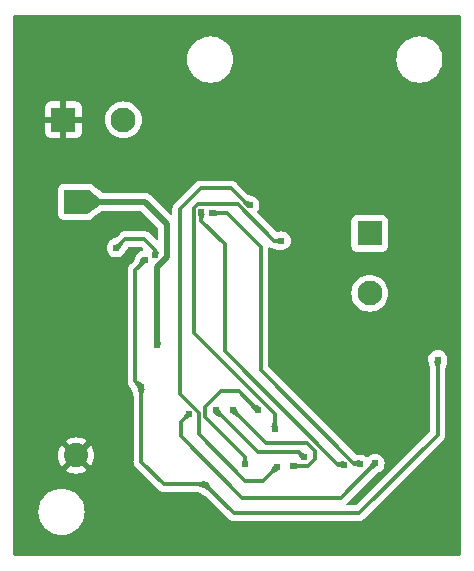
<source format=gbl>
G04 #@! TF.GenerationSoftware,KiCad,Pcbnew,7.0.10*
G04 #@! TF.CreationDate,2024-11-08T09:50:35-05:00*
G04 #@! TF.ProjectId,Novel Mechanism 2 Board,4e6f7665-6c20-44d6-9563-68616e69736d,rev?*
G04 #@! TF.SameCoordinates,Original*
G04 #@! TF.FileFunction,Copper,L2,Bot*
G04 #@! TF.FilePolarity,Positive*
%FSLAX46Y46*%
G04 Gerber Fmt 4.6, Leading zero omitted, Abs format (unit mm)*
G04 Created by KiCad (PCBNEW 7.0.10) date 2024-11-08 09:50:35*
%MOMM*%
%LPD*%
G01*
G04 APERTURE LIST*
G04 #@! TA.AperFunction,ComponentPad*
%ADD10R,2.100000X2.100000*%
G04 #@! TD*
G04 #@! TA.AperFunction,ComponentPad*
%ADD11C,2.100000*%
G04 #@! TD*
G04 #@! TA.AperFunction,ComponentPad*
%ADD12R,2.057400X2.057400*%
G04 #@! TD*
G04 #@! TA.AperFunction,ComponentPad*
%ADD13C,2.057400*%
G04 #@! TD*
G04 #@! TA.AperFunction,ViaPad*
%ADD14C,0.609600*%
G04 #@! TD*
G04 #@! TA.AperFunction,Conductor*
%ADD15C,0.508000*%
G04 #@! TD*
G04 #@! TA.AperFunction,Conductor*
%ADD16C,0.304800*%
G04 #@! TD*
G04 APERTURE END LIST*
D10*
X123212500Y-53752500D03*
D11*
X128292500Y-53752500D03*
D12*
X124300000Y-60682150D03*
D13*
X124300000Y-82170550D03*
D10*
X149147500Y-63360000D03*
D11*
X149147500Y-68440000D03*
D14*
X131150000Y-72800000D03*
X129800000Y-76400000D03*
X154900000Y-74050000D03*
X135222500Y-84650000D03*
X130100000Y-65600000D03*
X155100000Y-56000000D03*
X121150000Y-68300000D03*
X155450000Y-69250000D03*
X155450000Y-71250000D03*
X121150000Y-74300000D03*
X127150000Y-72300000D03*
X153000000Y-58000000D03*
X147000000Y-58000000D03*
X151000000Y-58000000D03*
X149000000Y-56000000D03*
X121150000Y-66550000D03*
X147000000Y-56000000D03*
X151000000Y-56000000D03*
X123150000Y-72300000D03*
X155450000Y-65350000D03*
X123150000Y-74300000D03*
X125150000Y-74300000D03*
X125150000Y-76150000D03*
X125150000Y-66550000D03*
X155450000Y-67350000D03*
X121150000Y-70300000D03*
X155100000Y-58000000D03*
X155450000Y-63350000D03*
X121150000Y-76150000D03*
X127150000Y-68300000D03*
X123150000Y-78150000D03*
X125100000Y-64950000D03*
X125150000Y-78150000D03*
X123150000Y-66550000D03*
X125150000Y-72300000D03*
X123100000Y-64950000D03*
X123150000Y-70300000D03*
X125150000Y-70300000D03*
X125150000Y-68300000D03*
X121150000Y-72300000D03*
X127150000Y-74300000D03*
X121150000Y-78150000D03*
X153000000Y-56000000D03*
X123150000Y-68300000D03*
X121100000Y-64950000D03*
X155450000Y-61350000D03*
X149000000Y-58000000D03*
X123150000Y-76150000D03*
X127150000Y-70300000D03*
X141091200Y-79900000D03*
X141650000Y-64000000D03*
X131000000Y-65200000D03*
X127700000Y-64600000D03*
X149600000Y-82850000D03*
X133850000Y-78650000D03*
X143550000Y-82300000D03*
X136089711Y-78360289D03*
X142650000Y-83050000D03*
X137600000Y-78350000D03*
X138600000Y-82885852D03*
X139700000Y-78291200D03*
X139000000Y-61000000D03*
X141314711Y-83114711D03*
X135800000Y-61650000D03*
X148300000Y-82900000D03*
X134900000Y-61600000D03*
X146950000Y-82950000D03*
D15*
X131150000Y-66200000D02*
X132000000Y-65350000D01*
X132000000Y-65350000D02*
X132000000Y-62600000D01*
X130082150Y-60682150D02*
X124300000Y-60682150D01*
X131150000Y-72800000D02*
X131150000Y-66200000D01*
X132000000Y-62600000D02*
X130082150Y-60682150D01*
D16*
X131700000Y-84600000D02*
X129800000Y-82700000D01*
X135222500Y-84650000D02*
X135172500Y-84600000D01*
X130100000Y-65600000D02*
X130100000Y-65700000D01*
X129300000Y-75900000D02*
X129800000Y-76400000D01*
X130100000Y-65700000D02*
X129300000Y-66500000D01*
X129800000Y-82700000D02*
X129800000Y-76400000D01*
X148250000Y-87050000D02*
X154900000Y-80400000D01*
X154900000Y-80400000D02*
X154900000Y-74050000D01*
X135222500Y-84650000D02*
X137622500Y-87050000D01*
X137622500Y-87050000D02*
X148250000Y-87050000D01*
X129300000Y-66500000D02*
X129300000Y-75900000D01*
X135172500Y-84600000D02*
X131700000Y-84600000D01*
X134242800Y-71842800D02*
X134242800Y-61257200D01*
X141091200Y-78691200D02*
X134242800Y-71842800D01*
X134242800Y-61257200D02*
X134600000Y-60900000D01*
X134600000Y-60900000D02*
X137970578Y-60900000D01*
X141070578Y-64000000D02*
X141650000Y-64000000D01*
X137970578Y-60900000D02*
X141070578Y-64000000D01*
X141091200Y-79900000D02*
X141091200Y-78691200D01*
X131000000Y-65200000D02*
X131000000Y-64770578D01*
X128457200Y-63842800D02*
X127700000Y-64600000D01*
X130072222Y-63842800D02*
X128457200Y-63842800D01*
X131000000Y-64770578D02*
X130072222Y-63842800D01*
X138350000Y-85750000D02*
X146700000Y-85750000D01*
X146700000Y-85750000D02*
X149600000Y-82850000D01*
X133850000Y-78650000D02*
X133150000Y-79350000D01*
X133150000Y-80550000D02*
X138350000Y-85750000D01*
X133150000Y-79350000D02*
X133150000Y-80550000D01*
X143150000Y-81900000D02*
X139650000Y-81900000D01*
X136110289Y-78360289D02*
X136089711Y-78360289D01*
X143550000Y-82300000D02*
X143150000Y-81900000D01*
X139650000Y-81900000D02*
X136110289Y-78360289D01*
X142650000Y-83050000D02*
X143900000Y-83050000D01*
X143900000Y-83050000D02*
X144500000Y-82450000D01*
X143829422Y-81100000D02*
X140350000Y-81100000D01*
X144500000Y-81770578D02*
X143829422Y-81100000D01*
X140350000Y-81100000D02*
X137600000Y-78350000D01*
X144500000Y-82450000D02*
X144500000Y-81770578D01*
X136550000Y-76750000D02*
X135200000Y-78100000D01*
X138050000Y-76750000D02*
X136550000Y-76750000D01*
X135200000Y-78100000D02*
X135200000Y-78900000D01*
X135200000Y-78900000D02*
X138600000Y-82300000D01*
X139700000Y-78291200D02*
X139591200Y-78291200D01*
X139591200Y-78291200D02*
X138050000Y-76750000D01*
X138600000Y-82300000D02*
X138600000Y-82885852D01*
X134850000Y-59550000D02*
X133100000Y-61300000D01*
X138825000Y-61000000D02*
X137375000Y-59550000D01*
X133100000Y-61300000D02*
X133100000Y-76970578D01*
X134695200Y-80395200D02*
X138600000Y-84300000D01*
X134695200Y-78565778D02*
X134695200Y-80395200D01*
X139000000Y-61000000D02*
X138825000Y-61000000D01*
X137375000Y-59550000D02*
X134850000Y-59550000D01*
X140129422Y-84300000D02*
X141314711Y-83114711D01*
X138600000Y-84300000D02*
X140129422Y-84300000D01*
X133100000Y-76970578D02*
X134695200Y-78565778D01*
X135800000Y-61650000D02*
X137050000Y-61650000D01*
X137050000Y-61650000D02*
X139900000Y-64500000D01*
X139900000Y-74950000D02*
X147850000Y-82900000D01*
X147850000Y-82900000D02*
X148300000Y-82900000D01*
X139900000Y-64500000D02*
X139900000Y-74950000D01*
X134900000Y-62300000D02*
X136900000Y-64300000D01*
X136900000Y-64300000D02*
X136900000Y-73350000D01*
X146500000Y-82950000D02*
X146950000Y-82950000D01*
X134900000Y-61600000D02*
X134900000Y-62300000D01*
X136900000Y-73350000D02*
X146500000Y-82950000D01*
G04 #@! TA.AperFunction,Conductor*
G36*
X156792539Y-44920185D02*
G01*
X156838294Y-44972989D01*
X156849500Y-45024500D01*
X156849500Y-90525500D01*
X156829815Y-90592539D01*
X156777011Y-90638294D01*
X156725500Y-90649500D01*
X119074500Y-90649500D01*
X119007461Y-90629815D01*
X118961706Y-90577011D01*
X118950500Y-90525500D01*
X118950500Y-86950001D01*
X121094518Y-86950001D01*
X121114422Y-87228299D01*
X121173727Y-87500916D01*
X121173729Y-87500923D01*
X121233761Y-87661875D01*
X121271231Y-87762338D01*
X121271233Y-87762342D01*
X121404940Y-88007207D01*
X121404945Y-88007215D01*
X121572138Y-88230560D01*
X121572154Y-88230578D01*
X121769421Y-88427845D01*
X121769439Y-88427861D01*
X121992784Y-88595054D01*
X121992792Y-88595059D01*
X122237657Y-88728766D01*
X122237661Y-88728768D01*
X122237663Y-88728769D01*
X122499077Y-88826271D01*
X122635391Y-88855924D01*
X122771700Y-88885577D01*
X122771702Y-88885577D01*
X122771706Y-88885578D01*
X122980343Y-88900500D01*
X123119657Y-88900500D01*
X123328294Y-88885578D01*
X123600923Y-88826271D01*
X123862337Y-88728769D01*
X124107213Y-88595056D01*
X124330568Y-88427855D01*
X124527855Y-88230568D01*
X124695056Y-88007213D01*
X124828769Y-87762337D01*
X124926271Y-87500923D01*
X124985578Y-87228294D01*
X125005482Y-86950000D01*
X124985578Y-86671706D01*
X124926271Y-86399077D01*
X124828769Y-86137663D01*
X124695056Y-85892787D01*
X124695054Y-85892784D01*
X124527861Y-85669439D01*
X124527845Y-85669421D01*
X124330578Y-85472154D01*
X124330560Y-85472138D01*
X124107215Y-85304945D01*
X124107207Y-85304940D01*
X123862342Y-85171233D01*
X123862338Y-85171231D01*
X123758232Y-85132402D01*
X123600923Y-85073729D01*
X123600919Y-85073728D01*
X123600916Y-85073727D01*
X123328299Y-85014422D01*
X123119659Y-84999500D01*
X123119657Y-84999500D01*
X122980343Y-84999500D01*
X122980340Y-84999500D01*
X122771700Y-85014422D01*
X122499083Y-85073727D01*
X122499078Y-85073728D01*
X122499077Y-85073729D01*
X122453546Y-85090711D01*
X122237661Y-85171231D01*
X122237657Y-85171233D01*
X121992792Y-85304940D01*
X121992784Y-85304945D01*
X121769439Y-85472138D01*
X121769421Y-85472154D01*
X121572154Y-85669421D01*
X121572138Y-85669439D01*
X121404945Y-85892784D01*
X121404940Y-85892792D01*
X121271233Y-86137657D01*
X121271231Y-86137661D01*
X121204549Y-86316445D01*
X121174467Y-86397100D01*
X121173727Y-86399083D01*
X121114422Y-86671700D01*
X121094518Y-86949998D01*
X121094518Y-86950001D01*
X118950500Y-86950001D01*
X118950500Y-82170550D01*
X122766573Y-82170550D01*
X122785451Y-82410428D01*
X122841622Y-82644400D01*
X122933703Y-82866703D01*
X122933706Y-82866709D01*
X123053993Y-83063003D01*
X123601688Y-82515308D01*
X123690483Y-82656624D01*
X123813926Y-82780067D01*
X123955240Y-82868861D01*
X123407545Y-83416555D01*
X123603840Y-83536843D01*
X123603846Y-83536846D01*
X123826149Y-83628927D01*
X124060122Y-83685098D01*
X124060121Y-83685098D01*
X124300000Y-83703976D01*
X124539878Y-83685098D01*
X124773850Y-83628927D01*
X124996161Y-83536843D01*
X125192453Y-83416555D01*
X124644758Y-82868861D01*
X124786074Y-82780067D01*
X124909517Y-82656624D01*
X124998311Y-82515308D01*
X125546005Y-83063003D01*
X125666293Y-82866711D01*
X125758377Y-82644400D01*
X125814548Y-82410428D01*
X125833426Y-82170550D01*
X125814548Y-81930671D01*
X125758377Y-81696699D01*
X125666296Y-81474396D01*
X125666293Y-81474390D01*
X125546005Y-81278095D01*
X124998311Y-81825790D01*
X124909517Y-81684476D01*
X124786074Y-81561033D01*
X124644758Y-81472238D01*
X125192453Y-80924543D01*
X124996159Y-80804256D01*
X124996153Y-80804253D01*
X124773850Y-80712172D01*
X124539877Y-80656001D01*
X124539878Y-80656001D01*
X124300000Y-80637123D01*
X124060121Y-80656001D01*
X123826149Y-80712172D01*
X123603846Y-80804253D01*
X123603840Y-80804256D01*
X123407545Y-80924543D01*
X123955241Y-81472238D01*
X123813926Y-81561033D01*
X123690483Y-81684476D01*
X123601688Y-81825790D01*
X123053993Y-81278095D01*
X122933706Y-81474390D01*
X122933703Y-81474396D01*
X122841622Y-81696699D01*
X122785451Y-81930671D01*
X122766573Y-82170550D01*
X118950500Y-82170550D01*
X118950500Y-61758720D01*
X122770800Y-61758720D01*
X122770801Y-61758726D01*
X122777208Y-61818333D01*
X122827502Y-61953178D01*
X122827506Y-61953185D01*
X122913752Y-62068394D01*
X122913755Y-62068397D01*
X123028964Y-62154643D01*
X123028971Y-62154647D01*
X123163817Y-62204941D01*
X123163816Y-62204941D01*
X123170744Y-62205685D01*
X123223427Y-62211350D01*
X125376572Y-62211349D01*
X125436183Y-62204941D01*
X125571031Y-62154646D01*
X125686246Y-62068396D01*
X125713327Y-62032218D01*
X125738442Y-62007144D01*
X126470195Y-61461259D01*
X126535700Y-61436951D01*
X126544340Y-61436650D01*
X129718264Y-61436650D01*
X129785303Y-61456335D01*
X129805945Y-61472969D01*
X131209181Y-62876205D01*
X131242666Y-62937528D01*
X131245500Y-62963886D01*
X131245500Y-63793376D01*
X131225815Y-63860415D01*
X131173011Y-63906170D01*
X131103853Y-63916114D01*
X131040297Y-63887089D01*
X131033819Y-63881057D01*
X130594541Y-63441779D01*
X130584449Y-63429181D01*
X130584265Y-63429334D01*
X130579290Y-63423322D01*
X130579288Y-63423318D01*
X130528055Y-63375207D01*
X130525258Y-63372496D01*
X130504851Y-63352088D01*
X130501334Y-63349360D01*
X130492453Y-63341775D01*
X130459035Y-63310393D01*
X130440337Y-63300114D01*
X130424074Y-63289431D01*
X130410175Y-63278650D01*
X130407217Y-63276355D01*
X130407216Y-63276354D01*
X130383547Y-63266112D01*
X130365126Y-63258140D01*
X130354667Y-63253016D01*
X130314481Y-63230924D01*
X130314478Y-63230923D01*
X130293809Y-63225616D01*
X130275406Y-63219315D01*
X130274770Y-63219040D01*
X130255823Y-63210841D01*
X130255817Y-63210839D01*
X130210542Y-63203669D01*
X130199103Y-63201300D01*
X130154705Y-63189900D01*
X130154702Y-63189900D01*
X130133361Y-63189900D01*
X130113963Y-63188373D01*
X130105939Y-63187102D01*
X130092894Y-63185036D01*
X130092893Y-63185036D01*
X130047254Y-63189350D01*
X130035587Y-63189900D01*
X128542975Y-63189900D01*
X128526924Y-63188128D01*
X128526902Y-63188365D01*
X128519134Y-63187630D01*
X128448879Y-63189839D01*
X128444984Y-63189900D01*
X128416125Y-63189900D01*
X128416122Y-63189900D01*
X128416106Y-63189901D01*
X128411704Y-63190457D01*
X128400076Y-63191372D01*
X128354255Y-63192812D01*
X128354251Y-63192813D01*
X128333759Y-63198766D01*
X128314717Y-63202709D01*
X128293551Y-63205383D01*
X128293535Y-63205387D01*
X128250912Y-63222262D01*
X128239866Y-63226044D01*
X128195840Y-63238835D01*
X128177469Y-63249699D01*
X128160006Y-63258254D01*
X128140165Y-63266110D01*
X128103075Y-63293057D01*
X128093314Y-63299468D01*
X128053852Y-63322805D01*
X128038755Y-63337902D01*
X128023969Y-63350531D01*
X128006708Y-63363072D01*
X128006707Y-63363074D01*
X127977488Y-63398392D01*
X127969628Y-63407029D01*
X127740234Y-63636424D01*
X127715140Y-63655789D01*
X127356230Y-63865635D01*
X127348867Y-63869553D01*
X127341650Y-63874087D01*
X127338299Y-63876119D01*
X127337005Y-63876875D01*
X127320847Y-63886732D01*
X127319899Y-63887422D01*
X127312985Y-63892098D01*
X127194727Y-63966406D01*
X127194723Y-63966409D01*
X127066407Y-64094725D01*
X127066402Y-64094731D01*
X126969861Y-64248374D01*
X126969859Y-64248377D01*
X126909921Y-64419670D01*
X126909920Y-64419675D01*
X126889604Y-64599996D01*
X126889604Y-64600003D01*
X126909920Y-64780324D01*
X126909921Y-64780329D01*
X126969859Y-64951622D01*
X126969861Y-64951625D01*
X127066402Y-65105268D01*
X127066407Y-65105274D01*
X127194725Y-65233592D01*
X127194731Y-65233597D01*
X127348374Y-65330138D01*
X127348377Y-65330140D01*
X127348381Y-65330141D01*
X127348382Y-65330142D01*
X127519670Y-65390078D01*
X127519675Y-65390079D01*
X127699996Y-65410396D01*
X127700000Y-65410396D01*
X127700004Y-65410396D01*
X127880324Y-65390079D01*
X127880327Y-65390078D01*
X127880330Y-65390078D01*
X128051618Y-65330142D01*
X128051620Y-65330140D01*
X128051622Y-65330140D01*
X128051625Y-65330138D01*
X128205268Y-65233597D01*
X128205269Y-65233596D01*
X128205274Y-65233593D01*
X128333593Y-65105274D01*
X128420253Y-64967353D01*
X128422971Y-64963214D01*
X128423101Y-64963023D01*
X128423117Y-64963004D01*
X128423855Y-64961739D01*
X128425911Y-64958350D01*
X128430138Y-64951625D01*
X128430142Y-64951618D01*
X128430142Y-64951617D01*
X128430446Y-64951134D01*
X128434370Y-64943755D01*
X128644211Y-64584855D01*
X128663576Y-64559763D01*
X128691325Y-64532016D01*
X128752649Y-64498533D01*
X128779003Y-64495700D01*
X129750420Y-64495700D01*
X129817459Y-64515385D01*
X129838101Y-64532019D01*
X129925568Y-64619486D01*
X129959053Y-64680809D01*
X129954069Y-64750501D01*
X129912197Y-64806434D01*
X129878843Y-64824207D01*
X129833103Y-64840212D01*
X129748380Y-64869858D01*
X129748374Y-64869861D01*
X129594731Y-64966402D01*
X129594725Y-64966407D01*
X129466407Y-65094725D01*
X129369858Y-65248382D01*
X129369855Y-65248387D01*
X129361962Y-65270946D01*
X129351738Y-65292967D01*
X129346405Y-65302011D01*
X129196585Y-65666540D01*
X129169575Y-65707083D01*
X128898976Y-65977682D01*
X128886378Y-65987776D01*
X128886530Y-65987960D01*
X128880518Y-65992933D01*
X128832406Y-66044166D01*
X128829701Y-66046957D01*
X128809287Y-66067371D01*
X128809284Y-66067375D01*
X128806558Y-66070890D01*
X128798979Y-66079763D01*
X128767596Y-66113182D01*
X128767594Y-66113186D01*
X128757313Y-66131885D01*
X128746638Y-66148136D01*
X128733557Y-66165001D01*
X128733552Y-66165009D01*
X128715345Y-66207081D01*
X128710209Y-66217564D01*
X128688123Y-66257740D01*
X128688123Y-66257741D01*
X128682814Y-66278416D01*
X128676515Y-66296812D01*
X128668042Y-66316392D01*
X128668040Y-66316400D01*
X128660869Y-66361678D01*
X128658500Y-66373116D01*
X128647100Y-66417512D01*
X128647100Y-66438861D01*
X128645573Y-66458260D01*
X128642236Y-66479327D01*
X128642236Y-66479328D01*
X128646550Y-66524966D01*
X128647100Y-66536635D01*
X128647100Y-75814232D01*
X128645328Y-75830279D01*
X128645566Y-75830302D01*
X128644832Y-75838067D01*
X128647039Y-75908303D01*
X128647100Y-75912198D01*
X128647100Y-75941075D01*
X128647657Y-75945488D01*
X128648572Y-75957120D01*
X128650012Y-76002945D01*
X128650013Y-76002951D01*
X128655965Y-76023438D01*
X128659910Y-76042483D01*
X128662585Y-76063657D01*
X128662588Y-76063669D01*
X128679462Y-76106289D01*
X128683245Y-76117337D01*
X128696033Y-76161355D01*
X128696035Y-76161360D01*
X128706900Y-76179731D01*
X128715458Y-76197201D01*
X128723311Y-76217035D01*
X128723315Y-76217041D01*
X128750256Y-76254123D01*
X128756669Y-76263885D01*
X128780009Y-76303350D01*
X128795094Y-76318434D01*
X128807734Y-76333233D01*
X128820273Y-76350492D01*
X128833222Y-76361204D01*
X128861230Y-76394163D01*
X129038413Y-76697209D01*
X129051316Y-76728358D01*
X129096533Y-76900880D01*
X129141781Y-77073526D01*
X129143049Y-77078362D01*
X129147100Y-77109800D01*
X129147100Y-82614232D01*
X129145328Y-82630279D01*
X129145566Y-82630302D01*
X129144832Y-82638067D01*
X129147039Y-82708303D01*
X129147100Y-82712198D01*
X129147100Y-82741075D01*
X129147657Y-82745488D01*
X129148572Y-82757120D01*
X129150012Y-82802945D01*
X129150013Y-82802951D01*
X129155965Y-82823438D01*
X129159910Y-82842483D01*
X129162585Y-82863657D01*
X129162588Y-82863669D01*
X129179462Y-82906289D01*
X129183245Y-82917337D01*
X129196033Y-82961355D01*
X129196035Y-82961360D01*
X129206900Y-82979731D01*
X129215458Y-82997201D01*
X129223311Y-83017035D01*
X129223315Y-83017041D01*
X129250256Y-83054123D01*
X129256669Y-83063885D01*
X129280009Y-83103350D01*
X129295094Y-83118434D01*
X129307734Y-83133233D01*
X129320274Y-83150494D01*
X129355601Y-83179719D01*
X129364241Y-83187581D01*
X131177681Y-85001021D01*
X131187779Y-85013625D01*
X131187963Y-85013474D01*
X131192930Y-85019479D01*
X131244163Y-85067589D01*
X131246961Y-85070301D01*
X131267375Y-85090715D01*
X131270891Y-85093442D01*
X131279765Y-85101021D01*
X131313185Y-85132405D01*
X131313189Y-85132407D01*
X131331875Y-85142680D01*
X131348142Y-85153365D01*
X131361348Y-85163608D01*
X131365005Y-85166445D01*
X131384639Y-85174941D01*
X131407078Y-85184652D01*
X131417568Y-85189791D01*
X131449309Y-85207240D01*
X131457741Y-85211876D01*
X131477436Y-85216932D01*
X131478411Y-85217183D01*
X131496812Y-85223482D01*
X131516399Y-85231959D01*
X131561686Y-85239130D01*
X131573112Y-85241497D01*
X131617520Y-85252900D01*
X131638861Y-85252900D01*
X131658258Y-85254426D01*
X131679327Y-85257763D01*
X131679328Y-85257764D01*
X131679328Y-85257763D01*
X131679329Y-85257764D01*
X131724970Y-85253449D01*
X131736638Y-85252900D01*
X134496364Y-85252900D01*
X134539494Y-85260642D01*
X134878608Y-85386454D01*
X134898050Y-85395659D01*
X135237641Y-85594209D01*
X135262733Y-85613573D01*
X137100181Y-87451021D01*
X137110279Y-87463625D01*
X137110463Y-87463474D01*
X137115430Y-87469479D01*
X137166663Y-87517589D01*
X137169461Y-87520301D01*
X137189875Y-87540715D01*
X137193387Y-87543439D01*
X137202266Y-87551023D01*
X137226470Y-87573752D01*
X137235685Y-87582405D01*
X137254390Y-87592688D01*
X137270641Y-87603363D01*
X137287506Y-87616445D01*
X137329592Y-87634657D01*
X137340066Y-87639789D01*
X137346098Y-87643105D01*
X137380238Y-87661875D01*
X137380240Y-87661875D01*
X137380241Y-87661876D01*
X137391436Y-87664750D01*
X137400907Y-87667182D01*
X137419319Y-87673485D01*
X137438899Y-87681959D01*
X137484186Y-87689130D01*
X137495612Y-87691497D01*
X137540020Y-87702900D01*
X137561361Y-87702900D01*
X137580758Y-87704426D01*
X137601827Y-87707763D01*
X137601828Y-87707764D01*
X137601828Y-87707763D01*
X137601829Y-87707764D01*
X137647470Y-87703449D01*
X137659138Y-87702900D01*
X148164232Y-87702900D01*
X148180279Y-87704671D01*
X148180302Y-87704434D01*
X148188068Y-87705168D01*
X148188068Y-87705167D01*
X148188069Y-87705168D01*
X148219401Y-87704183D01*
X148258305Y-87702961D01*
X148262199Y-87702900D01*
X148291071Y-87702900D01*
X148291075Y-87702900D01*
X148295471Y-87702344D01*
X148307118Y-87701426D01*
X148352948Y-87699987D01*
X148373449Y-87694030D01*
X148392476Y-87690089D01*
X148413660Y-87687414D01*
X148456285Y-87670536D01*
X148467328Y-87666756D01*
X148511359Y-87653965D01*
X148529730Y-87643100D01*
X148547196Y-87634543D01*
X148567037Y-87626688D01*
X148604123Y-87599742D01*
X148613888Y-87593328D01*
X148632358Y-87582405D01*
X148653348Y-87569992D01*
X148668443Y-87554895D01*
X148683224Y-87542272D01*
X148700493Y-87529726D01*
X148729724Y-87494390D01*
X148737566Y-87485772D01*
X155301021Y-80922317D01*
X155313620Y-80912225D01*
X155313468Y-80912041D01*
X155319477Y-80907068D01*
X155319482Y-80907066D01*
X155367624Y-80855798D01*
X155370241Y-80853097D01*
X155390714Y-80832626D01*
X155393436Y-80829114D01*
X155401016Y-80820239D01*
X155432405Y-80786815D01*
X155442686Y-80768111D01*
X155453357Y-80751865D01*
X155466445Y-80734995D01*
X155484663Y-80692893D01*
X155489781Y-80682446D01*
X155511876Y-80642259D01*
X155517182Y-80621593D01*
X155523487Y-80603177D01*
X155524307Y-80601282D01*
X155531959Y-80583601D01*
X155539130Y-80538313D01*
X155541493Y-80526903D01*
X155552900Y-80482480D01*
X155552900Y-80461138D01*
X155554427Y-80441737D01*
X155557764Y-80420671D01*
X155553450Y-80375032D01*
X155552900Y-80363363D01*
X155552900Y-74759799D01*
X155556951Y-74728362D01*
X155576295Y-74654556D01*
X155668003Y-74304638D01*
X155668003Y-74304636D01*
X155668009Y-74304615D01*
X155673634Y-74281389D01*
X155673756Y-74281418D01*
X155677748Y-74265563D01*
X155690078Y-74230330D01*
X155710396Y-74050000D01*
X155690078Y-73869670D01*
X155630142Y-73698382D01*
X155630141Y-73698381D01*
X155630140Y-73698377D01*
X155630138Y-73698374D01*
X155533597Y-73544731D01*
X155533592Y-73544725D01*
X155405274Y-73416407D01*
X155405268Y-73416402D01*
X155251625Y-73319861D01*
X155251622Y-73319859D01*
X155080329Y-73259921D01*
X155080324Y-73259920D01*
X154900004Y-73239604D01*
X154899996Y-73239604D01*
X154719675Y-73259920D01*
X154719670Y-73259921D01*
X154548377Y-73319859D01*
X154548374Y-73319861D01*
X154394731Y-73416402D01*
X154394725Y-73416407D01*
X154266407Y-73544725D01*
X154266402Y-73544731D01*
X154169861Y-73698374D01*
X154169859Y-73698377D01*
X154109921Y-73869670D01*
X154109920Y-73869675D01*
X154089604Y-74049996D01*
X154089604Y-74050003D01*
X154109921Y-74230328D01*
X154109922Y-74230332D01*
X154125510Y-74274883D01*
X154131668Y-74301774D01*
X154131993Y-74304628D01*
X154243049Y-74728363D01*
X154247100Y-74759800D01*
X154247100Y-80078198D01*
X154227415Y-80145237D01*
X154210781Y-80165879D01*
X148015879Y-86360781D01*
X147954556Y-86394266D01*
X147928198Y-86397100D01*
X147275601Y-86397100D01*
X147208562Y-86377415D01*
X147162807Y-86324611D01*
X147152863Y-86255453D01*
X147181888Y-86191897D01*
X147187920Y-86185419D01*
X148373839Y-84999500D01*
X149559768Y-83813570D01*
X149584852Y-83794212D01*
X149943755Y-83584370D01*
X149951131Y-83580448D01*
X149951618Y-83580142D01*
X149958380Y-83575891D01*
X149961742Y-83573854D01*
X149963004Y-83573117D01*
X149979106Y-83563294D01*
X149979115Y-83563285D01*
X149979995Y-83562647D01*
X149986946Y-83557942D01*
X150105274Y-83483593D01*
X150233593Y-83355274D01*
X150233597Y-83355268D01*
X150330138Y-83201625D01*
X150330140Y-83201622D01*
X150330140Y-83201620D01*
X150330142Y-83201618D01*
X150390078Y-83030330D01*
X150390079Y-83030324D01*
X150410396Y-82850003D01*
X150410396Y-82849996D01*
X150390079Y-82669675D01*
X150390078Y-82669670D01*
X150381236Y-82644400D01*
X150330142Y-82498382D01*
X150330141Y-82498381D01*
X150330140Y-82498377D01*
X150330138Y-82498374D01*
X150233597Y-82344731D01*
X150233592Y-82344725D01*
X150105274Y-82216407D01*
X150105268Y-82216402D01*
X149951625Y-82119861D01*
X149951622Y-82119859D01*
X149780329Y-82059921D01*
X149780324Y-82059920D01*
X149600004Y-82039604D01*
X149599996Y-82039604D01*
X149419675Y-82059920D01*
X149419670Y-82059921D01*
X149248377Y-82119859D01*
X149248374Y-82119861D01*
X149094731Y-82216402D01*
X149012681Y-82298452D01*
X148951357Y-82331936D01*
X148881666Y-82326952D01*
X148837320Y-82298452D01*
X148805275Y-82266408D01*
X148805268Y-82266402D01*
X148651625Y-82169861D01*
X148651622Y-82169859D01*
X148480329Y-82109921D01*
X148480324Y-82109920D01*
X148300004Y-82089604D01*
X148299997Y-82089604D01*
X148210199Y-82099721D01*
X148201301Y-82100401D01*
X148194255Y-82100684D01*
X148187028Y-82102021D01*
X148178363Y-82103308D01*
X148119672Y-82109921D01*
X148101026Y-82116444D01*
X148082648Y-82121328D01*
X148074561Y-82122824D01*
X148072538Y-82123198D01*
X148003037Y-82116044D01*
X147962291Y-82088951D01*
X140589219Y-74715879D01*
X140555734Y-74654556D01*
X140552900Y-74628198D01*
X140552900Y-68440000D01*
X147592206Y-68440000D01*
X147611353Y-68683297D01*
X147668330Y-68920619D01*
X147761722Y-69146089D01*
X147889237Y-69354173D01*
X147889238Y-69354176D01*
X147889241Y-69354179D01*
X148047741Y-69539759D01*
X148191397Y-69662453D01*
X148233323Y-69698261D01*
X148233326Y-69698262D01*
X148441410Y-69825777D01*
X148666881Y-69919169D01*
X148666878Y-69919169D01*
X148666884Y-69919170D01*
X148666888Y-69919172D01*
X148904198Y-69976146D01*
X149147500Y-69995294D01*
X149390802Y-69976146D01*
X149628112Y-69919172D01*
X149853589Y-69825777D01*
X150061679Y-69698259D01*
X150247259Y-69539759D01*
X150405759Y-69354179D01*
X150533277Y-69146089D01*
X150626672Y-68920612D01*
X150683646Y-68683302D01*
X150702794Y-68440000D01*
X150683646Y-68196698D01*
X150626672Y-67959388D01*
X150533277Y-67733911D01*
X150533277Y-67733910D01*
X150405762Y-67525826D01*
X150405761Y-67525823D01*
X150369953Y-67483897D01*
X150247259Y-67340241D01*
X150124563Y-67235449D01*
X150061676Y-67181738D01*
X150061673Y-67181737D01*
X149853589Y-67054222D01*
X149628118Y-66960830D01*
X149628121Y-66960830D01*
X149522492Y-66935470D01*
X149390802Y-66903854D01*
X149390800Y-66903853D01*
X149390797Y-66903853D01*
X149147500Y-66884706D01*
X148904202Y-66903853D01*
X148666880Y-66960830D01*
X148441410Y-67054222D01*
X148233326Y-67181737D01*
X148233323Y-67181738D01*
X148047741Y-67340241D01*
X147889238Y-67525823D01*
X147889237Y-67525826D01*
X147761722Y-67733910D01*
X147668330Y-67959380D01*
X147611353Y-68196702D01*
X147592206Y-68440000D01*
X140552900Y-68440000D01*
X140552900Y-64675801D01*
X140572585Y-64608762D01*
X140625389Y-64563007D01*
X140694547Y-64553063D01*
X140727807Y-64564772D01*
X140728424Y-64563347D01*
X140777656Y-64584652D01*
X140788146Y-64589791D01*
X140806722Y-64600003D01*
X140828319Y-64611876D01*
X140848014Y-64616932D01*
X140848989Y-64617183D01*
X140867390Y-64623482D01*
X140886977Y-64631959D01*
X140932264Y-64639130D01*
X140943690Y-64641497D01*
X140988098Y-64652900D01*
X141009440Y-64652900D01*
X141028835Y-64654426D01*
X141044674Y-64656935D01*
X141057615Y-64658985D01*
X141057439Y-64660093D01*
X141078023Y-64663724D01*
X141364767Y-64758279D01*
X141397961Y-64767979D01*
X141397969Y-64767979D01*
X141403349Y-64769047D01*
X141403279Y-64769397D01*
X141423801Y-64774027D01*
X141469670Y-64790078D01*
X141469677Y-64790079D01*
X141649996Y-64810396D01*
X141650000Y-64810396D01*
X141650004Y-64810396D01*
X141830324Y-64790079D01*
X141830327Y-64790078D01*
X141830330Y-64790078D01*
X142001618Y-64730142D01*
X142001620Y-64730140D01*
X142001622Y-64730140D01*
X142001625Y-64730138D01*
X142155268Y-64633597D01*
X142155269Y-64633596D01*
X142155274Y-64633593D01*
X142283593Y-64505274D01*
X142287829Y-64498533D01*
X142313379Y-64457870D01*
X147597000Y-64457870D01*
X147597001Y-64457876D01*
X147603408Y-64517483D01*
X147653702Y-64652328D01*
X147653706Y-64652335D01*
X147739952Y-64767544D01*
X147739955Y-64767547D01*
X147855164Y-64853793D01*
X147855171Y-64853797D01*
X147990017Y-64904091D01*
X147990016Y-64904091D01*
X147996944Y-64904835D01*
X148049627Y-64910500D01*
X150245372Y-64910499D01*
X150304983Y-64904091D01*
X150439831Y-64853796D01*
X150555046Y-64767546D01*
X150641296Y-64652331D01*
X150691591Y-64517483D01*
X150698000Y-64457873D01*
X150697999Y-62262128D01*
X150691591Y-62202517D01*
X150673736Y-62154646D01*
X150641297Y-62067671D01*
X150641293Y-62067664D01*
X150555047Y-61952455D01*
X150555044Y-61952452D01*
X150439835Y-61866206D01*
X150439828Y-61866202D01*
X150304982Y-61815908D01*
X150304983Y-61815908D01*
X150245383Y-61809501D01*
X150245381Y-61809500D01*
X150245373Y-61809500D01*
X150245364Y-61809500D01*
X148049629Y-61809500D01*
X148049623Y-61809501D01*
X147990016Y-61815908D01*
X147855171Y-61866202D01*
X147855164Y-61866206D01*
X147739955Y-61952452D01*
X147739952Y-61952455D01*
X147653706Y-62067664D01*
X147653702Y-62067671D01*
X147603408Y-62202517D01*
X147597001Y-62262116D01*
X147597001Y-62262123D01*
X147597000Y-62262135D01*
X147597000Y-64457870D01*
X142313379Y-64457870D01*
X142380138Y-64351625D01*
X142380140Y-64351622D01*
X142380140Y-64351620D01*
X142380142Y-64351618D01*
X142440078Y-64180330D01*
X142440079Y-64180324D01*
X142460396Y-64000003D01*
X142460396Y-63999996D01*
X142440079Y-63819675D01*
X142440078Y-63819670D01*
X142380140Y-63648377D01*
X142380138Y-63648374D01*
X142283597Y-63494731D01*
X142283592Y-63494725D01*
X142155274Y-63366407D01*
X142155268Y-63366402D01*
X142001625Y-63269861D01*
X142001622Y-63269859D01*
X141830329Y-63209921D01*
X141830324Y-63209920D01*
X141650004Y-63189604D01*
X141649996Y-63189604D01*
X141469672Y-63209921D01*
X141372975Y-63243756D01*
X141361758Y-63247095D01*
X141332869Y-63254231D01*
X141263066Y-63251200D01*
X141215450Y-63221532D01*
X139651654Y-61657736D01*
X139618169Y-61596413D01*
X139623153Y-61526721D01*
X139634342Y-61504082D01*
X139730140Y-61351621D01*
X139730139Y-61351621D01*
X139730142Y-61351618D01*
X139790078Y-61180330D01*
X139797281Y-61116400D01*
X139810396Y-61000003D01*
X139810396Y-60999996D01*
X139790079Y-60819675D01*
X139790078Y-60819670D01*
X139730140Y-60648377D01*
X139730138Y-60648374D01*
X139633597Y-60494731D01*
X139633592Y-60494725D01*
X139505274Y-60366407D01*
X139505268Y-60366402D01*
X139351625Y-60269861D01*
X139351614Y-60269856D01*
X139284665Y-60246429D01*
X139273930Y-60242100D01*
X139247418Y-60229941D01*
X139247408Y-60229937D01*
X139247405Y-60229936D01*
X139247399Y-60229934D01*
X139247390Y-60229931D01*
X139186967Y-60212083D01*
X139181156Y-60210210D01*
X139180045Y-60209821D01*
X139173611Y-60208138D01*
X138895703Y-60126049D01*
X138843149Y-60094809D01*
X137897319Y-59148979D01*
X137887227Y-59136381D01*
X137887043Y-59136534D01*
X137882068Y-59130522D01*
X137882066Y-59130518D01*
X137830833Y-59082407D01*
X137828036Y-59079696D01*
X137807629Y-59059288D01*
X137804112Y-59056560D01*
X137795231Y-59048975D01*
X137761813Y-59017593D01*
X137743115Y-59007314D01*
X137726852Y-58996631D01*
X137709996Y-58983556D01*
X137709994Y-58983554D01*
X137686325Y-58973312D01*
X137667904Y-58965340D01*
X137657445Y-58960216D01*
X137617259Y-58938124D01*
X137617256Y-58938123D01*
X137596587Y-58932816D01*
X137578184Y-58926515D01*
X137558601Y-58918041D01*
X137558595Y-58918039D01*
X137513320Y-58910869D01*
X137501881Y-58908500D01*
X137457483Y-58897100D01*
X137457480Y-58897100D01*
X137436139Y-58897100D01*
X137416741Y-58895573D01*
X137408717Y-58894302D01*
X137395672Y-58892236D01*
X137395671Y-58892236D01*
X137350032Y-58896550D01*
X137338365Y-58897100D01*
X134935774Y-58897100D01*
X134919723Y-58895328D01*
X134919701Y-58895565D01*
X134911933Y-58894830D01*
X134841678Y-58897039D01*
X134837783Y-58897100D01*
X134808925Y-58897100D01*
X134808922Y-58897100D01*
X134808906Y-58897101D01*
X134804504Y-58897657D01*
X134792876Y-58898572D01*
X134747055Y-58900012D01*
X134747051Y-58900013D01*
X134726559Y-58905966D01*
X134707517Y-58909909D01*
X134686351Y-58912583D01*
X134686335Y-58912587D01*
X134643712Y-58929462D01*
X134632666Y-58933244D01*
X134588642Y-58946034D01*
X134588640Y-58946035D01*
X134570267Y-58956900D01*
X134552808Y-58965453D01*
X134532966Y-58973310D01*
X134532963Y-58973312D01*
X134495873Y-59000259D01*
X134486117Y-59006667D01*
X134485025Y-59007314D01*
X134446649Y-59030009D01*
X134431559Y-59045099D01*
X134416774Y-59057728D01*
X134399505Y-59070275D01*
X134399503Y-59070277D01*
X134370284Y-59105596D01*
X134362424Y-59114234D01*
X132698976Y-60777682D01*
X132686378Y-60787776D01*
X132686530Y-60787960D01*
X132680518Y-60792933D01*
X132632406Y-60844166D01*
X132629701Y-60846957D01*
X132609287Y-60867371D01*
X132609284Y-60867375D01*
X132606558Y-60870890D01*
X132598979Y-60879763D01*
X132567596Y-60913182D01*
X132567594Y-60913186D01*
X132557313Y-60931885D01*
X132546638Y-60948136D01*
X132533557Y-60965001D01*
X132533552Y-60965009D01*
X132515345Y-61007081D01*
X132510209Y-61017564D01*
X132488123Y-61057740D01*
X132488123Y-61057741D01*
X132482814Y-61078416D01*
X132476515Y-61096812D01*
X132468042Y-61116392D01*
X132468040Y-61116400D01*
X132460869Y-61161678D01*
X132458500Y-61173116D01*
X132447100Y-61217512D01*
X132447100Y-61238861D01*
X132445573Y-61258260D01*
X132442236Y-61279327D01*
X132442236Y-61279328D01*
X132446550Y-61324966D01*
X132447100Y-61336635D01*
X132447100Y-61680714D01*
X132427415Y-61747753D01*
X132374611Y-61793508D01*
X132305453Y-61803452D01*
X132241897Y-61774427D01*
X132235419Y-61768395D01*
X130660916Y-60193892D01*
X130649134Y-60180259D01*
X130645754Y-60175719D01*
X130634689Y-60160856D01*
X130634687Y-60160854D01*
X130634688Y-60160854D01*
X130596517Y-60128826D01*
X130588534Y-60121510D01*
X130584594Y-60117569D01*
X130560137Y-60098231D01*
X130557341Y-60095953D01*
X130499577Y-60047483D01*
X130493544Y-60043515D01*
X130493572Y-60043471D01*
X130487111Y-60039354D01*
X130487084Y-60039400D01*
X130480940Y-60035610D01*
X130412592Y-60003739D01*
X130409346Y-60002167D01*
X130341965Y-59968327D01*
X130335181Y-59965858D01*
X130335199Y-59965808D01*
X130327957Y-59963291D01*
X130327941Y-59963341D01*
X130321088Y-59961070D01*
X130247238Y-59945821D01*
X130243717Y-59945041D01*
X130170331Y-59927648D01*
X130163164Y-59926811D01*
X130163170Y-59926757D01*
X130155555Y-59925979D01*
X130155551Y-59926033D01*
X130148360Y-59925403D01*
X130072954Y-59927598D01*
X130069348Y-59927650D01*
X126544339Y-59927650D01*
X126477300Y-59907965D01*
X126470194Y-59903040D01*
X125738447Y-59357156D01*
X125713326Y-59332078D01*
X125686246Y-59295904D01*
X125686243Y-59295902D01*
X125571031Y-59209654D01*
X125571029Y-59209653D01*
X125571028Y-59209652D01*
X125436182Y-59159358D01*
X125436183Y-59159358D01*
X125376583Y-59152951D01*
X125376581Y-59152950D01*
X125376573Y-59152950D01*
X125376564Y-59152950D01*
X123223429Y-59152950D01*
X123223423Y-59152951D01*
X123163816Y-59159358D01*
X123028971Y-59209652D01*
X123028964Y-59209656D01*
X122913755Y-59295902D01*
X122913752Y-59295905D01*
X122827506Y-59411114D01*
X122827502Y-59411121D01*
X122777208Y-59545967D01*
X122770801Y-59605566D01*
X122770800Y-59605585D01*
X122770800Y-61758720D01*
X118950500Y-61758720D01*
X118950500Y-54850344D01*
X121662500Y-54850344D01*
X121668901Y-54909872D01*
X121668903Y-54909879D01*
X121719145Y-55044586D01*
X121719149Y-55044593D01*
X121805309Y-55159687D01*
X121805312Y-55159690D01*
X121920406Y-55245850D01*
X121920413Y-55245854D01*
X122055120Y-55296096D01*
X122055127Y-55296098D01*
X122114655Y-55302499D01*
X122114672Y-55302500D01*
X122962500Y-55302500D01*
X122962500Y-54406337D01*
X123043749Y-54437151D01*
X123170160Y-54452500D01*
X123254840Y-54452500D01*
X123381251Y-54437151D01*
X123462500Y-54406337D01*
X123462500Y-55302500D01*
X124310328Y-55302500D01*
X124310344Y-55302499D01*
X124369872Y-55296098D01*
X124369879Y-55296096D01*
X124504586Y-55245854D01*
X124504593Y-55245850D01*
X124619687Y-55159690D01*
X124619690Y-55159687D01*
X124705850Y-55044593D01*
X124705854Y-55044586D01*
X124756096Y-54909879D01*
X124756098Y-54909872D01*
X124762499Y-54850344D01*
X124762500Y-54850327D01*
X124762500Y-54002500D01*
X123871829Y-54002500D01*
X123912500Y-53837495D01*
X123912500Y-53752500D01*
X126737206Y-53752500D01*
X126756353Y-53995797D01*
X126756353Y-53995800D01*
X126756354Y-53995802D01*
X126794110Y-54153066D01*
X126813330Y-54233119D01*
X126906722Y-54458589D01*
X127034237Y-54666673D01*
X127034238Y-54666676D01*
X127034241Y-54666679D01*
X127192741Y-54852259D01*
X127336397Y-54974953D01*
X127378323Y-55010761D01*
X127378326Y-55010762D01*
X127586410Y-55138277D01*
X127811881Y-55231669D01*
X127811878Y-55231669D01*
X127811884Y-55231670D01*
X127811888Y-55231672D01*
X128049198Y-55288646D01*
X128292500Y-55307794D01*
X128535802Y-55288646D01*
X128773112Y-55231672D01*
X128998589Y-55138277D01*
X129206679Y-55010759D01*
X129392259Y-54852259D01*
X129550759Y-54666679D01*
X129678277Y-54458589D01*
X129771672Y-54233112D01*
X129828646Y-53995802D01*
X129847794Y-53752500D01*
X129828646Y-53509198D01*
X129771672Y-53271888D01*
X129752124Y-53224694D01*
X129678277Y-53046410D01*
X129550762Y-52838326D01*
X129550761Y-52838323D01*
X129514953Y-52796397D01*
X129392259Y-52652741D01*
X129269563Y-52547949D01*
X129206676Y-52494238D01*
X129206673Y-52494237D01*
X128998589Y-52366722D01*
X128773118Y-52273330D01*
X128773121Y-52273330D01*
X128667492Y-52247970D01*
X128535802Y-52216354D01*
X128535800Y-52216353D01*
X128535797Y-52216353D01*
X128292500Y-52197206D01*
X128049202Y-52216353D01*
X127811880Y-52273330D01*
X127586410Y-52366722D01*
X127378326Y-52494237D01*
X127378323Y-52494238D01*
X127192741Y-52652741D01*
X127034238Y-52838323D01*
X127034237Y-52838326D01*
X126906722Y-53046410D01*
X126813330Y-53271880D01*
X126756353Y-53509202D01*
X126737206Y-53752500D01*
X123912500Y-53752500D01*
X123912500Y-53667505D01*
X123871829Y-53502500D01*
X124762500Y-53502500D01*
X124762500Y-52654672D01*
X124762499Y-52654655D01*
X124756098Y-52595127D01*
X124756096Y-52595120D01*
X124705854Y-52460413D01*
X124705850Y-52460406D01*
X124619690Y-52345312D01*
X124619687Y-52345309D01*
X124504593Y-52259149D01*
X124504586Y-52259145D01*
X124369879Y-52208903D01*
X124369872Y-52208901D01*
X124310344Y-52202500D01*
X123462500Y-52202500D01*
X123462500Y-53098662D01*
X123381251Y-53067849D01*
X123254840Y-53052500D01*
X123170160Y-53052500D01*
X123043749Y-53067849D01*
X122962500Y-53098662D01*
X122962500Y-52202500D01*
X122114655Y-52202500D01*
X122055127Y-52208901D01*
X122055120Y-52208903D01*
X121920413Y-52259145D01*
X121920406Y-52259149D01*
X121805312Y-52345309D01*
X121805309Y-52345312D01*
X121719149Y-52460406D01*
X121719145Y-52460413D01*
X121668903Y-52595120D01*
X121668901Y-52595127D01*
X121662500Y-52654655D01*
X121662500Y-53502500D01*
X122553171Y-53502500D01*
X122512500Y-53667505D01*
X122512500Y-53837495D01*
X122553171Y-54002500D01*
X121662500Y-54002500D01*
X121662500Y-54850344D01*
X118950500Y-54850344D01*
X118950500Y-48650001D01*
X133694518Y-48650001D01*
X133714422Y-48928299D01*
X133773727Y-49200916D01*
X133773729Y-49200923D01*
X133834266Y-49363230D01*
X133871231Y-49462338D01*
X133871233Y-49462342D01*
X134004940Y-49707207D01*
X134004945Y-49707215D01*
X134172138Y-49930560D01*
X134172154Y-49930578D01*
X134369421Y-50127845D01*
X134369439Y-50127861D01*
X134592784Y-50295054D01*
X134592792Y-50295059D01*
X134837657Y-50428766D01*
X134837661Y-50428768D01*
X134837663Y-50428769D01*
X135099077Y-50526271D01*
X135235391Y-50555924D01*
X135371700Y-50585577D01*
X135371702Y-50585577D01*
X135371706Y-50585578D01*
X135580343Y-50600500D01*
X135719657Y-50600500D01*
X135928294Y-50585578D01*
X136200923Y-50526271D01*
X136462337Y-50428769D01*
X136707213Y-50295056D01*
X136930568Y-50127855D01*
X137127855Y-49930568D01*
X137295056Y-49707213D01*
X137428769Y-49462337D01*
X137526271Y-49200923D01*
X137585578Y-48928294D01*
X137605482Y-48650001D01*
X151394518Y-48650001D01*
X151414422Y-48928299D01*
X151473727Y-49200916D01*
X151473729Y-49200923D01*
X151534266Y-49363230D01*
X151571231Y-49462338D01*
X151571233Y-49462342D01*
X151704940Y-49707207D01*
X151704945Y-49707215D01*
X151872138Y-49930560D01*
X151872154Y-49930578D01*
X152069421Y-50127845D01*
X152069439Y-50127861D01*
X152292784Y-50295054D01*
X152292792Y-50295059D01*
X152537657Y-50428766D01*
X152537661Y-50428768D01*
X152537663Y-50428769D01*
X152799077Y-50526271D01*
X152935391Y-50555924D01*
X153071700Y-50585577D01*
X153071702Y-50585577D01*
X153071706Y-50585578D01*
X153280343Y-50600500D01*
X153419657Y-50600500D01*
X153628294Y-50585578D01*
X153900923Y-50526271D01*
X154162337Y-50428769D01*
X154407213Y-50295056D01*
X154630568Y-50127855D01*
X154827855Y-49930568D01*
X154995056Y-49707213D01*
X155128769Y-49462337D01*
X155226271Y-49200923D01*
X155285578Y-48928294D01*
X155305482Y-48650000D01*
X155285578Y-48371706D01*
X155226271Y-48099077D01*
X155128769Y-47837663D01*
X154995056Y-47592787D01*
X154995054Y-47592784D01*
X154827861Y-47369439D01*
X154827845Y-47369421D01*
X154630578Y-47172154D01*
X154630560Y-47172138D01*
X154407215Y-47004945D01*
X154407207Y-47004940D01*
X154162342Y-46871233D01*
X154162338Y-46871231D01*
X154063230Y-46834266D01*
X153900923Y-46773729D01*
X153900919Y-46773728D01*
X153900916Y-46773727D01*
X153628299Y-46714422D01*
X153419659Y-46699500D01*
X153419657Y-46699500D01*
X153280343Y-46699500D01*
X153280340Y-46699500D01*
X153071700Y-46714422D01*
X152799083Y-46773727D01*
X152799078Y-46773728D01*
X152799077Y-46773729D01*
X152735875Y-46797301D01*
X152537661Y-46871231D01*
X152537657Y-46871233D01*
X152292792Y-47004940D01*
X152292784Y-47004945D01*
X152069439Y-47172138D01*
X152069421Y-47172154D01*
X151872154Y-47369421D01*
X151872138Y-47369439D01*
X151704945Y-47592784D01*
X151704940Y-47592792D01*
X151571233Y-47837657D01*
X151571231Y-47837661D01*
X151473727Y-48099083D01*
X151414422Y-48371700D01*
X151394518Y-48649998D01*
X151394518Y-48650001D01*
X137605482Y-48650001D01*
X137605482Y-48650000D01*
X137585578Y-48371706D01*
X137526271Y-48099077D01*
X137428769Y-47837663D01*
X137295056Y-47592787D01*
X137295054Y-47592784D01*
X137127861Y-47369439D01*
X137127845Y-47369421D01*
X136930578Y-47172154D01*
X136930560Y-47172138D01*
X136707215Y-47004945D01*
X136707207Y-47004940D01*
X136462342Y-46871233D01*
X136462338Y-46871231D01*
X136363230Y-46834266D01*
X136200923Y-46773729D01*
X136200919Y-46773728D01*
X136200916Y-46773727D01*
X135928299Y-46714422D01*
X135719659Y-46699500D01*
X135719657Y-46699500D01*
X135580343Y-46699500D01*
X135580340Y-46699500D01*
X135371700Y-46714422D01*
X135099083Y-46773727D01*
X135099078Y-46773728D01*
X135099077Y-46773729D01*
X135035875Y-46797301D01*
X134837661Y-46871231D01*
X134837657Y-46871233D01*
X134592792Y-47004940D01*
X134592784Y-47004945D01*
X134369439Y-47172138D01*
X134369421Y-47172154D01*
X134172154Y-47369421D01*
X134172138Y-47369439D01*
X134004945Y-47592784D01*
X134004940Y-47592792D01*
X133871233Y-47837657D01*
X133871231Y-47837661D01*
X133773727Y-48099083D01*
X133714422Y-48371700D01*
X133694518Y-48649998D01*
X133694518Y-48650001D01*
X118950500Y-48650001D01*
X118950500Y-45024500D01*
X118970185Y-44957461D01*
X119022989Y-44911706D01*
X119074500Y-44900500D01*
X156725500Y-44900500D01*
X156792539Y-44920185D01*
G37*
G04 #@! TD.AperFunction*
G04 #@! TA.AperFunction,Conductor*
G36*
X128029672Y-64067568D02*
G01*
X128232431Y-64270327D01*
X128235858Y-64278600D01*
X128234258Y-64284505D01*
X127986732Y-64707859D01*
X127979598Y-64713272D01*
X127972187Y-64712777D01*
X127703814Y-64602563D01*
X127697463Y-64596250D01*
X127697436Y-64596185D01*
X127587222Y-64327812D01*
X127587249Y-64318857D01*
X127592139Y-64313267D01*
X128015497Y-64065740D01*
X128024365Y-64064523D01*
X128029672Y-64067568D01*
G37*
G04 #@! TD.AperFunction*
G04 #@! TA.AperFunction,Conductor*
G36*
X137881142Y-78237249D02*
G01*
X137886732Y-78242140D01*
X138018425Y-78467380D01*
X138134258Y-78665495D01*
X138135476Y-78674365D01*
X138132431Y-78679672D01*
X137929672Y-78882431D01*
X137921399Y-78885858D01*
X137915495Y-78884258D01*
X137717380Y-78768425D01*
X137492140Y-78636732D01*
X137486727Y-78629598D01*
X137487221Y-78622189D01*
X137597436Y-78353813D01*
X137603749Y-78347463D01*
X137872189Y-78237222D01*
X137881142Y-78237249D01*
G37*
G04 #@! TD.AperFunction*
G04 #@! TA.AperFunction,Conductor*
G36*
X125336691Y-59688111D02*
G01*
X126323996Y-60424641D01*
X126328578Y-60432334D01*
X126328700Y-60434018D01*
X126328700Y-60930281D01*
X126325273Y-60938554D01*
X126323996Y-60939659D01*
X125336692Y-61676187D01*
X125328012Y-61678387D01*
X125321546Y-61675202D01*
X124307641Y-60690542D01*
X124304094Y-60682321D01*
X124307400Y-60673999D01*
X124307642Y-60673757D01*
X125321547Y-59689095D01*
X125329867Y-59685791D01*
X125336691Y-59688111D01*
G37*
G04 #@! TD.AperFunction*
G04 #@! TA.AperFunction,Conductor*
G36*
X141242844Y-79293827D02*
G01*
X141245889Y-79299134D01*
X141370218Y-79773517D01*
X141369000Y-79782388D01*
X141363410Y-79787279D01*
X141095710Y-79899115D01*
X141086755Y-79899142D01*
X141086690Y-79899115D01*
X140818989Y-79787279D01*
X140812676Y-79780928D01*
X140812181Y-79773517D01*
X140936511Y-79299134D01*
X140941924Y-79292000D01*
X140947829Y-79290400D01*
X141234571Y-79290400D01*
X141242844Y-79293827D01*
G37*
G04 #@! TD.AperFunction*
G04 #@! TA.AperFunction,Conductor*
G36*
X135503642Y-84537249D02*
G01*
X135509232Y-84542140D01*
X135640925Y-84767380D01*
X135756758Y-84965495D01*
X135757976Y-84974365D01*
X135754931Y-84979672D01*
X135552172Y-85182431D01*
X135543899Y-85185858D01*
X135537995Y-85184258D01*
X135339880Y-85068425D01*
X135114640Y-84936732D01*
X135109227Y-84929598D01*
X135109721Y-84922189D01*
X135219936Y-84653813D01*
X135226249Y-84647463D01*
X135494689Y-84537222D01*
X135503642Y-84537249D01*
G37*
G04 #@! TD.AperFunction*
G04 #@! TA.AperFunction,Conductor*
G36*
X141531565Y-63722826D02*
G01*
X141537808Y-63729109D01*
X141648835Y-63996204D01*
X141648846Y-64005159D01*
X141648827Y-64005205D01*
X141537532Y-64271605D01*
X141531181Y-64277918D01*
X141523072Y-64278206D01*
X140959519Y-64092373D01*
X140952735Y-64086528D01*
X140952072Y-64077598D01*
X140954908Y-64072991D01*
X141155324Y-63872575D01*
X141159197Y-63870008D01*
X141522612Y-63722756D01*
X141531565Y-63722826D01*
G37*
G04 #@! TD.AperFunction*
G04 #@! TA.AperFunction,Conductor*
G36*
X129804510Y-76400884D02*
G01*
X130072210Y-76512720D01*
X130078523Y-76519071D01*
X130079018Y-76526482D01*
X129954689Y-77000866D01*
X129949276Y-77008000D01*
X129943371Y-77009600D01*
X129656629Y-77009600D01*
X129648356Y-77006173D01*
X129645311Y-77000866D01*
X129520981Y-76526482D01*
X129522199Y-76517611D01*
X129527788Y-76512720D01*
X129795490Y-76400883D01*
X129804445Y-76400857D01*
X129804510Y-76400884D01*
G37*
G04 #@! TD.AperFunction*
G04 #@! TA.AperFunction,Conductor*
G36*
X139340281Y-77820444D02*
G01*
X139805640Y-78005233D01*
X139812064Y-78011471D01*
X139812196Y-78020425D01*
X139812145Y-78020552D01*
X139701605Y-78289719D01*
X139699028Y-78293574D01*
X139493863Y-78497397D01*
X139485579Y-78500797D01*
X139477317Y-78497343D01*
X139476368Y-78496262D01*
X139123917Y-78041279D01*
X139121560Y-78032642D01*
X139124893Y-78025844D01*
X139327692Y-77823045D01*
X139335964Y-77819619D01*
X139340281Y-77820444D01*
G37*
G04 #@! TD.AperFunction*
G04 #@! TA.AperFunction,Conductor*
G36*
X146944962Y-82649616D02*
G01*
X146949837Y-82657128D01*
X146950032Y-82659229D01*
X146950701Y-82948346D01*
X146949797Y-82952883D01*
X146838253Y-83219880D01*
X146831902Y-83226193D01*
X146822947Y-83226166D01*
X146822080Y-83225761D01*
X146293590Y-82952261D01*
X146287817Y-82945415D01*
X146288576Y-82936493D01*
X146290691Y-82933600D01*
X146492340Y-82731951D01*
X146498480Y-82728722D01*
X146936206Y-82647751D01*
X146944962Y-82649616D01*
G37*
G04 #@! TD.AperFunction*
G04 #@! TA.AperFunction,Conductor*
G36*
X133577810Y-78537221D02*
G01*
X133812165Y-78633465D01*
X133846185Y-78647436D01*
X133852536Y-78653749D01*
X133852563Y-78653814D01*
X133962777Y-78922187D01*
X133962750Y-78931142D01*
X133957859Y-78936732D01*
X133534505Y-79184258D01*
X133525634Y-79185476D01*
X133520327Y-79182431D01*
X133317568Y-78979672D01*
X133314141Y-78971399D01*
X133315739Y-78965498D01*
X133563267Y-78542139D01*
X133570401Y-78536727D01*
X133577810Y-78537221D01*
G37*
G04 #@! TD.AperFunction*
G04 #@! TA.AperFunction,Conductor*
G36*
X143250867Y-82895311D02*
G01*
X143258000Y-82900723D01*
X143259600Y-82906628D01*
X143259600Y-83193371D01*
X143256173Y-83201644D01*
X143250866Y-83204689D01*
X142776482Y-83329018D01*
X142767611Y-83327800D01*
X142762720Y-83322210D01*
X142713624Y-83204689D01*
X142650883Y-83054509D01*
X142650857Y-83045555D01*
X142650884Y-83045490D01*
X142711363Y-82900723D01*
X142762720Y-82777788D01*
X142769071Y-82771476D01*
X142776482Y-82770981D01*
X143250867Y-82895311D01*
G37*
G04 #@! TD.AperFunction*
G04 #@! TA.AperFunction,Conductor*
G36*
X148294962Y-82599616D02*
G01*
X148299837Y-82607128D01*
X148300032Y-82609229D01*
X148300701Y-82898346D01*
X148299797Y-82902883D01*
X148188253Y-83169880D01*
X148181902Y-83176193D01*
X148172947Y-83176166D01*
X148172080Y-83175761D01*
X147643590Y-82902261D01*
X147637817Y-82895415D01*
X147638576Y-82886493D01*
X147640691Y-82883600D01*
X147842340Y-82681951D01*
X147848480Y-82678722D01*
X148286206Y-82597751D01*
X148294962Y-82599616D01*
G37*
G04 #@! TD.AperFunction*
G04 #@! TA.AperFunction,Conductor*
G36*
X130098520Y-65598395D02*
G01*
X130102374Y-65600971D01*
X130306102Y-65806040D01*
X130309502Y-65814324D01*
X130306048Y-65822586D01*
X130304874Y-65823607D01*
X129844786Y-66172701D01*
X129836124Y-66174971D01*
X129829441Y-66171653D01*
X129626642Y-65968854D01*
X129623215Y-65960581D01*
X129624091Y-65956138D01*
X129813956Y-65494174D01*
X129820270Y-65487827D01*
X129829220Y-65487801D01*
X130098520Y-65598395D01*
G37*
G04 #@! TD.AperFunction*
G04 #@! TA.AperFunction,Conductor*
G36*
X134904510Y-61600884D02*
G01*
X135172210Y-61712720D01*
X135178523Y-61719071D01*
X135179018Y-61726482D01*
X135054689Y-62200866D01*
X135049276Y-62208000D01*
X135043371Y-62209600D01*
X134756629Y-62209600D01*
X134748356Y-62206173D01*
X134745311Y-62200866D01*
X134620981Y-61726482D01*
X134622199Y-61717611D01*
X134627788Y-61712720D01*
X134895490Y-61600883D01*
X134904445Y-61600857D01*
X134904510Y-61600884D01*
G37*
G04 #@! TD.AperFunction*
G04 #@! TA.AperFunction,Conductor*
G36*
X135217607Y-84349511D02*
G01*
X135222378Y-84357090D01*
X135222545Y-84359021D01*
X135223492Y-84647634D01*
X135222588Y-84652182D01*
X135110189Y-84921230D01*
X135103838Y-84927543D01*
X135095323Y-84927689D01*
X134630476Y-84755230D01*
X134623912Y-84749140D01*
X134622846Y-84744261D01*
X134622846Y-84457471D01*
X134626273Y-84449198D01*
X134632576Y-84445938D01*
X135208877Y-84347526D01*
X135217607Y-84349511D01*
G37*
G04 #@! TD.AperFunction*
G04 #@! TA.AperFunction,Conductor*
G36*
X136371102Y-78247436D02*
G01*
X136376532Y-78252061D01*
X136446090Y-78364103D01*
X136631874Y-78663359D01*
X136633326Y-78672194D01*
X136630207Y-78677802D01*
X136427436Y-78880573D01*
X136419163Y-78884000D01*
X136413553Y-78882567D01*
X135982261Y-78646909D01*
X135976644Y-78639935D01*
X135977048Y-78632197D01*
X136087147Y-78364103D01*
X136093460Y-78357752D01*
X136362148Y-78247409D01*
X136371102Y-78247436D01*
G37*
G04 #@! TD.AperFunction*
G04 #@! TA.AperFunction,Conductor*
G36*
X130985884Y-64546429D02*
G01*
X130987864Y-64549065D01*
X131275323Y-65071945D01*
X131276305Y-65080846D01*
X131270707Y-65087835D01*
X131269580Y-65088378D01*
X131002883Y-65199797D01*
X130998346Y-65200701D01*
X130708822Y-65200031D01*
X130700557Y-65196585D01*
X130697149Y-65188304D01*
X130697287Y-65186538D01*
X130712592Y-65087835D01*
X130764246Y-64754710D01*
X130767533Y-64748234D01*
X130969339Y-64546428D01*
X130977611Y-64543002D01*
X130985884Y-64546429D01*
G37*
G04 #@! TD.AperFunction*
G04 #@! TA.AperFunction,Conductor*
G36*
X149327810Y-82737221D02*
G01*
X149562165Y-82833465D01*
X149596185Y-82847436D01*
X149602536Y-82853749D01*
X149602563Y-82853814D01*
X149712777Y-83122187D01*
X149712750Y-83131142D01*
X149707859Y-83136732D01*
X149284505Y-83384258D01*
X149275634Y-83385476D01*
X149270327Y-83382431D01*
X149067568Y-83179672D01*
X149064141Y-83171399D01*
X149065739Y-83165498D01*
X149313267Y-82742139D01*
X149320401Y-82736727D01*
X149327810Y-82737221D01*
G37*
G04 #@! TD.AperFunction*
G04 #@! TA.AperFunction,Conductor*
G36*
X136400867Y-61495311D02*
G01*
X136408000Y-61500723D01*
X136409600Y-61506628D01*
X136409600Y-61793371D01*
X136406173Y-61801644D01*
X136400866Y-61804689D01*
X135926482Y-61929018D01*
X135917611Y-61927800D01*
X135912720Y-61922210D01*
X135863624Y-61804689D01*
X135800883Y-61654509D01*
X135800857Y-61645555D01*
X135800884Y-61645490D01*
X135861363Y-61500723D01*
X135912720Y-61377788D01*
X135919071Y-61371476D01*
X135926482Y-61370981D01*
X136400867Y-61495311D01*
G37*
G04 #@! TD.AperFunction*
G04 #@! TA.AperFunction,Conductor*
G36*
X141042521Y-83001932D02*
G01*
X141276876Y-83098176D01*
X141310896Y-83112147D01*
X141317247Y-83118460D01*
X141317274Y-83118525D01*
X141427488Y-83386898D01*
X141427461Y-83395853D01*
X141422570Y-83401443D01*
X140999216Y-83648969D01*
X140990345Y-83650187D01*
X140985038Y-83647142D01*
X140782279Y-83444383D01*
X140778852Y-83436110D01*
X140780450Y-83430209D01*
X141027978Y-83006850D01*
X141035112Y-83001438D01*
X141042521Y-83001932D01*
G37*
G04 #@! TD.AperFunction*
G04 #@! TA.AperFunction,Conductor*
G36*
X129484501Y-75865740D02*
G01*
X129832850Y-76069411D01*
X129907859Y-76113267D01*
X129913272Y-76120401D01*
X129912777Y-76127812D01*
X129802563Y-76396185D01*
X129796250Y-76402536D01*
X129796185Y-76402563D01*
X129527812Y-76512777D01*
X129518857Y-76512750D01*
X129513267Y-76507859D01*
X129447974Y-76396185D01*
X129265740Y-76084502D01*
X129264523Y-76075634D01*
X129267566Y-76070329D01*
X129470328Y-75867567D01*
X129478600Y-75864141D01*
X129484501Y-75865740D01*
G37*
G04 #@! TD.AperFunction*
G04 #@! TA.AperFunction,Conductor*
G36*
X131401507Y-72193827D02*
G01*
X131404894Y-72201128D01*
X131453747Y-72787369D01*
X131451019Y-72795899D01*
X131443059Y-72800001D01*
X131442125Y-72800041D01*
X131150038Y-72800999D01*
X131149962Y-72800999D01*
X130857874Y-72800041D01*
X130849612Y-72796587D01*
X130846212Y-72788303D01*
X130846251Y-72787383D01*
X130895106Y-72201128D01*
X130899208Y-72193168D01*
X130906766Y-72190400D01*
X131393234Y-72190400D01*
X131401507Y-72193827D01*
G37*
G04 #@! TD.AperFunction*
G04 #@! TA.AperFunction,Conductor*
G36*
X154904510Y-74050884D02*
G01*
X155172210Y-74162720D01*
X155178523Y-74169071D01*
X155179018Y-74176482D01*
X155054689Y-74650866D01*
X155049276Y-74658000D01*
X155043371Y-74659600D01*
X154756629Y-74659600D01*
X154748356Y-74656173D01*
X154745311Y-74650866D01*
X154620981Y-74176482D01*
X154622199Y-74167611D01*
X154627788Y-74162720D01*
X154895490Y-74050883D01*
X154904445Y-74050857D01*
X154904510Y-74050884D01*
G37*
G04 #@! TD.AperFunction*
G04 #@! TA.AperFunction,Conductor*
G36*
X143122871Y-81755709D02*
G01*
X143656723Y-82013610D01*
X143662682Y-82020294D01*
X143662457Y-82028590D01*
X143552851Y-82295490D01*
X143546538Y-82301841D01*
X143546492Y-82301860D01*
X143278920Y-82412300D01*
X143269965Y-82412289D01*
X143263770Y-82406248D01*
X143107098Y-82054673D01*
X143106085Y-82049911D01*
X143106085Y-81766245D01*
X143109512Y-81757972D01*
X143117785Y-81754545D01*
X143122871Y-81755709D01*
G37*
G04 #@! TD.AperFunction*
G04 #@! TA.AperFunction,Conductor*
G36*
X138693962Y-82188998D02*
G01*
X138696829Y-82193695D01*
X138878313Y-82758979D01*
X138877579Y-82767903D01*
X138871683Y-82773351D01*
X138605205Y-82884679D01*
X138596250Y-82884706D01*
X138596204Y-82884687D01*
X138329201Y-82773699D01*
X138322877Y-82767359D01*
X138322885Y-82758410D01*
X138474556Y-82393110D01*
X138477084Y-82389330D01*
X138677417Y-82188997D01*
X138685689Y-82185571D01*
X138693962Y-82188998D01*
G37*
G04 #@! TD.AperFunction*
G04 #@! TA.AperFunction,Conductor*
G36*
X138615636Y-60570415D02*
G01*
X139081231Y-60707942D01*
X139104207Y-60714729D01*
X139111171Y-60720359D01*
X139112114Y-60729264D01*
X139111716Y-60730395D01*
X139001605Y-60998519D01*
X138999028Y-61002374D01*
X138793164Y-61206892D01*
X138784880Y-61210292D01*
X138776618Y-61206838D01*
X138776248Y-61206448D01*
X138591338Y-61002374D01*
X138400925Y-60792226D01*
X138397909Y-60783794D01*
X138401321Y-60776098D01*
X138604056Y-60573363D01*
X138612328Y-60569937D01*
X138615636Y-60570415D01*
G37*
G04 #@! TD.AperFunction*
M02*

</source>
